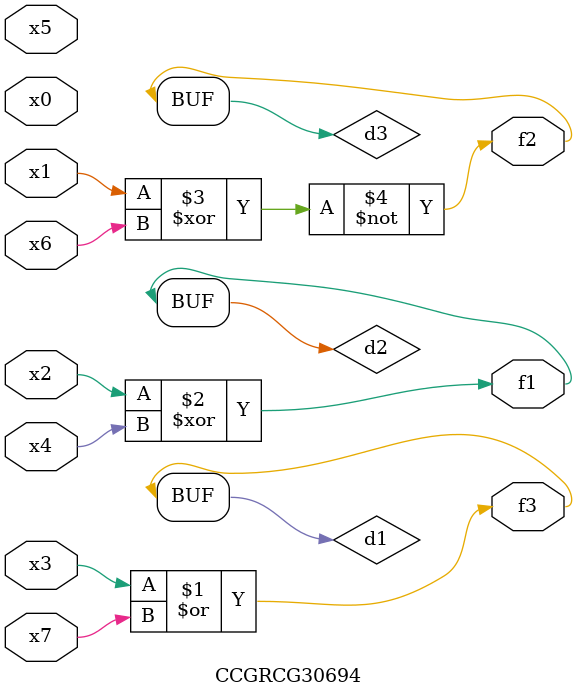
<source format=v>
module CCGRCG30694(
	input x0, x1, x2, x3, x4, x5, x6, x7,
	output f1, f2, f3
);

	wire d1, d2, d3;

	or (d1, x3, x7);
	xor (d2, x2, x4);
	xnor (d3, x1, x6);
	assign f1 = d2;
	assign f2 = d3;
	assign f3 = d1;
endmodule

</source>
